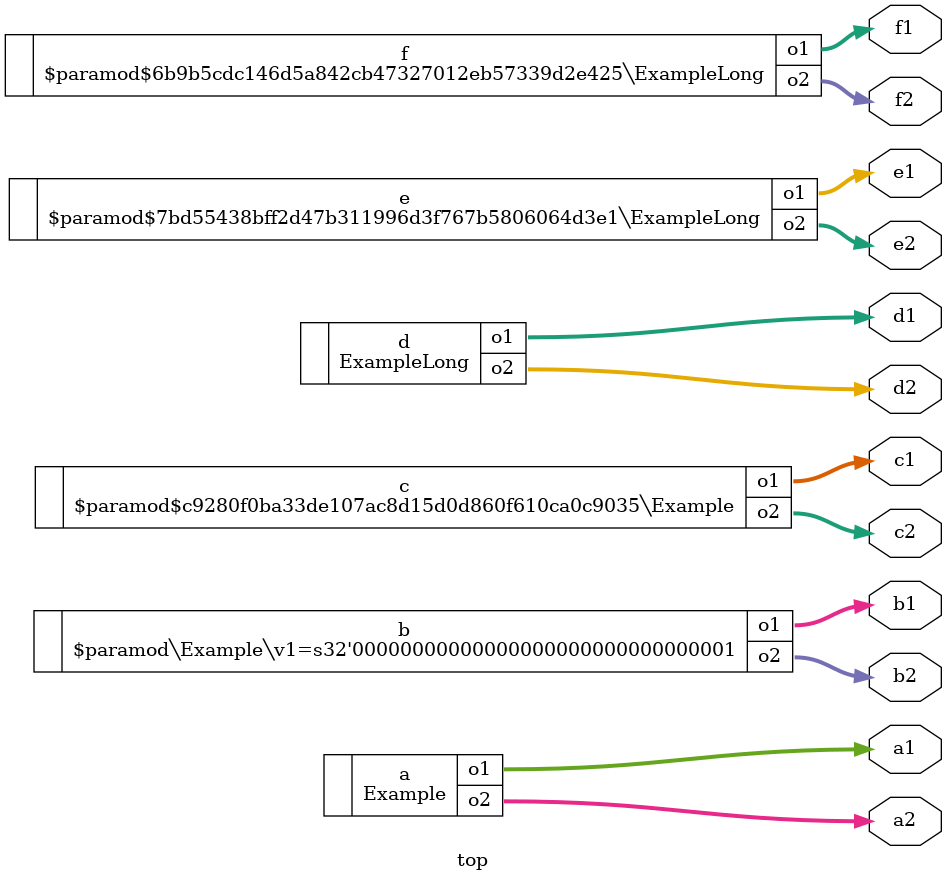
<source format=v>
`default_nettype none

module Example(o1, o2);
   parameter [31:0] v1 = 10;
   parameter [31:0] v2 = 20;
   output [31:0] o1, o2;
   assign Example.o1 = Example.v1;
   assign Example.o2 = Example.v2;
endmodule

module ExampleLong(o1, o2);
   parameter [31:0] ThisIsAnExtremelyLongParameterNameToTriggerTheSHA1Checksum1 = 10;
   parameter [31:0] ThisIsAnExtremelyLongParameterNameToTriggerTheSHA1Checksum2 = 20;
   output [31:0] o1, o2;
   assign ExampleLong.o1 = ExampleLong.ThisIsAnExtremelyLongParameterNameToTriggerTheSHA1Checksum1;
   assign ExampleLong.o2 = ExampleLong.ThisIsAnExtremelyLongParameterNameToTriggerTheSHA1Checksum2;
endmodule

module top(
   output [31:0] a1, a2, b1, b2, c1, c2,
   output [31:0] d1, d2, e1, e2, f1, f2
);
   Example a(a1, a2);
   Example #(1) b(b1, b2);
   Example #(1, 2) c(c1, c2);
   ExampleLong d(d1, d2);
   ExampleLong #(1) e(e1, e2);
   ExampleLong #(1, 2) f(f1, f2);
endmodule

</source>
